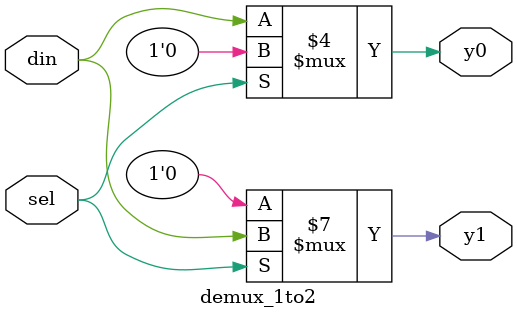
<source format=v>
module demux_1to2 (
    input wire din,
    input wire sel,
    output reg y0,
    output reg y1
);
always @(*) begin
    y0 = 0;
    y1 = 0;
    if (sel == 1'b0)
        y0 = din;
    else
        y1 = din;
end

endmodule

</source>
